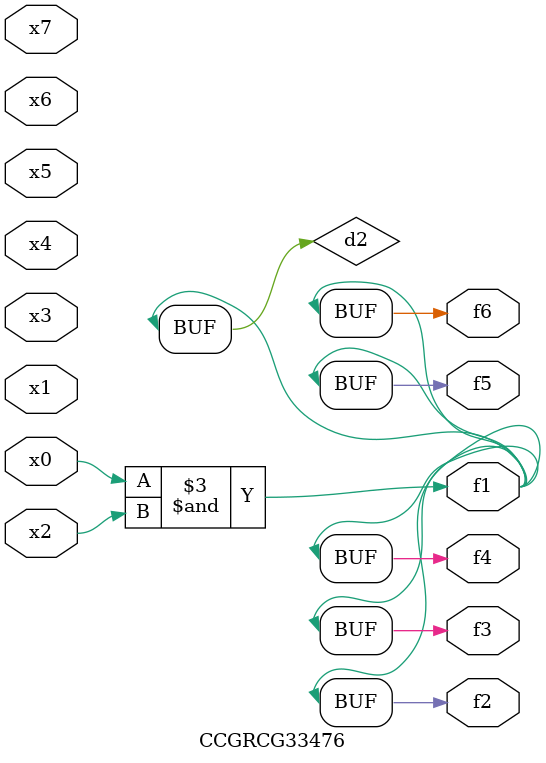
<source format=v>
module CCGRCG33476(
	input x0, x1, x2, x3, x4, x5, x6, x7,
	output f1, f2, f3, f4, f5, f6
);

	wire d1, d2;

	nor (d1, x3, x6);
	and (d2, x0, x2);
	assign f1 = d2;
	assign f2 = d2;
	assign f3 = d2;
	assign f4 = d2;
	assign f5 = d2;
	assign f6 = d2;
endmodule

</source>
